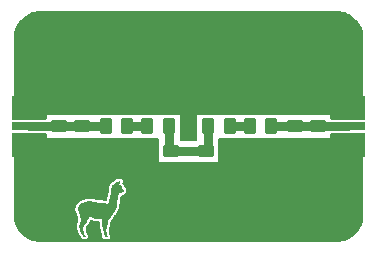
<source format=gbr>
%TF.GenerationSoftware,KiCad,Pcbnew,6.0.1-79c1e3a40b~116~ubuntu20.04.1*%
%TF.CreationDate,2022-01-29T00:58:04+01:00*%
%TF.ProjectId,filter,66696c74-6572-42e6-9b69-6361645f7063,rev?*%
%TF.SameCoordinates,Original*%
%TF.FileFunction,Copper,L1,Top*%
%TF.FilePolarity,Positive*%
%FSLAX46Y46*%
G04 Gerber Fmt 4.6, Leading zero omitted, Abs format (unit mm)*
G04 Created by KiCad (PCBNEW 6.0.1-79c1e3a40b~116~ubuntu20.04.1) date 2022-01-29 00:58:04*
%MOMM*%
%LPD*%
G01*
G04 APERTURE LIST*
G04 Aperture macros list*
%AMRoundRect*
0 Rectangle with rounded corners*
0 $1 Rounding radius*
0 $2 $3 $4 $5 $6 $7 $8 $9 X,Y pos of 4 corners*
0 Add a 4 corners polygon primitive as box body*
4,1,4,$2,$3,$4,$5,$6,$7,$8,$9,$2,$3,0*
0 Add four circle primitives for the rounded corners*
1,1,$1+$1,$2,$3*
1,1,$1+$1,$4,$5*
1,1,$1+$1,$6,$7*
1,1,$1+$1,$8,$9*
0 Add four rect primitives between the rounded corners*
20,1,$1+$1,$2,$3,$4,$5,0*
20,1,$1+$1,$4,$5,$6,$7,0*
20,1,$1+$1,$6,$7,$8,$9,0*
20,1,$1+$1,$8,$9,$2,$3,0*%
G04 Aperture macros list end*
%TA.AperFunction,SMDPad,CuDef*%
%ADD10RoundRect,0.250000X-0.450000X0.262500X-0.450000X-0.262500X0.450000X-0.262500X0.450000X0.262500X0*%
%TD*%
%TA.AperFunction,SMDPad,CuDef*%
%ADD11RoundRect,0.250000X0.262500X0.450000X-0.262500X0.450000X-0.262500X-0.450000X0.262500X-0.450000X0*%
%TD*%
%TA.AperFunction,ComponentPad*%
%ADD12C,3.400000*%
%TD*%
%TA.AperFunction,SMDPad,CuDef*%
%ADD13R,3.000000X0.800000*%
%TD*%
%TA.AperFunction,ComponentPad*%
%ADD14C,0.800000*%
%TD*%
%TA.AperFunction,SMDPad,CuDef*%
%ADD15R,3.000000X2.000000*%
%TD*%
%TA.AperFunction,ViaPad*%
%ADD16C,0.800000*%
%TD*%
%TA.AperFunction,Conductor*%
%ADD17C,0.800000*%
%TD*%
G04 APERTURE END LIST*
%TO.C,G\u002A\u002A\u002A*%
G36*
X116707208Y-67114917D02*
G01*
X116721780Y-67122643D01*
X116727638Y-67138791D01*
X116724986Y-67166038D01*
X116714028Y-67207062D01*
X116695246Y-67263741D01*
X116678860Y-67310446D01*
X116664665Y-67349625D01*
X116654112Y-67377364D01*
X116648650Y-67389745D01*
X116648486Y-67389946D01*
X116654138Y-67397178D01*
X116673545Y-67411565D01*
X116702518Y-67430004D01*
X116702794Y-67430170D01*
X116765684Y-67473854D01*
X116813512Y-67519631D01*
X116845324Y-67565750D01*
X116860162Y-67610459D01*
X116857070Y-67652007D01*
X116840520Y-67682445D01*
X116820991Y-67706562D01*
X116877555Y-67740636D01*
X116917737Y-67766699D01*
X116959250Y-67796467D01*
X116980607Y-67813250D01*
X117006661Y-67835927D01*
X117019745Y-67852611D01*
X117023211Y-67869984D01*
X117020661Y-67893124D01*
X117015636Y-67932872D01*
X117012184Y-67973169D01*
X117012056Y-67975472D01*
X117006709Y-68006817D01*
X116992958Y-68024471D01*
X116987295Y-68027764D01*
X116964024Y-68044266D01*
X116944294Y-68064253D01*
X116934232Y-68075038D01*
X116921977Y-68082474D01*
X116903462Y-68087419D01*
X116874622Y-68090732D01*
X116831391Y-68093272D01*
X116800502Y-68094630D01*
X116740844Y-68098231D01*
X116695936Y-68103279D01*
X116668140Y-68109464D01*
X116661407Y-68112879D01*
X116649381Y-68131376D01*
X116640328Y-68159745D01*
X116639450Y-68164547D01*
X116632091Y-68190629D01*
X116617507Y-68228695D01*
X116598200Y-68272492D01*
X116586787Y-68296135D01*
X116569617Y-68331648D01*
X116556241Y-68363117D01*
X116545437Y-68394981D01*
X116535983Y-68431679D01*
X116526657Y-68477652D01*
X116516238Y-68537340D01*
X116510003Y-68575142D01*
X116498611Y-68650475D01*
X116487513Y-68733726D01*
X116477703Y-68816757D01*
X116470177Y-68891427D01*
X116467711Y-68921318D01*
X116453479Y-69070850D01*
X116434101Y-69203435D01*
X116409013Y-69322278D01*
X116378053Y-69429366D01*
X116349141Y-69507130D01*
X116316299Y-69574946D01*
X116276020Y-69638510D01*
X116224798Y-69703520D01*
X116175643Y-69758199D01*
X116077329Y-69875280D01*
X115993806Y-70001629D01*
X115931364Y-70121186D01*
X115903186Y-70177903D01*
X115877811Y-70220375D01*
X115851675Y-70254018D01*
X115828482Y-70277604D01*
X115800811Y-70302117D01*
X115778251Y-70319713D01*
X115765568Y-70326682D01*
X115765395Y-70326688D01*
X115753451Y-70333218D01*
X115741919Y-70353767D01*
X115730392Y-70389773D01*
X115718459Y-70442674D01*
X115705712Y-70513910D01*
X115697702Y-70564739D01*
X115682935Y-70657753D01*
X115668702Y-70736626D01*
X115653537Y-70807789D01*
X115635974Y-70877671D01*
X115614550Y-70952702D01*
X115594147Y-71019151D01*
X115573662Y-71088767D01*
X115559937Y-71148459D01*
X115552673Y-71203792D01*
X115551572Y-71260332D01*
X115556334Y-71323643D01*
X115566662Y-71399292D01*
X115571976Y-71432384D01*
X115581863Y-71493891D01*
X115591097Y-71554175D01*
X115598842Y-71607582D01*
X115604263Y-71648460D01*
X115605561Y-71659723D01*
X115612893Y-71704728D01*
X115626368Y-71741894D01*
X115650004Y-71781963D01*
X115652923Y-71786310D01*
X115693121Y-71845728D01*
X115391035Y-71845728D01*
X115398018Y-71812144D01*
X115406666Y-71782384D01*
X115417092Y-71759536D01*
X115421952Y-71745992D01*
X115419574Y-71727580D01*
X115408787Y-71699446D01*
X115396054Y-71672292D01*
X115376050Y-71626603D01*
X115359018Y-71576762D01*
X115343853Y-71518573D01*
X115329451Y-71447840D01*
X115315851Y-71367612D01*
X115305774Y-71315487D01*
X115290904Y-71252618D01*
X115273420Y-71187715D01*
X115259042Y-71140272D01*
X115239373Y-71077432D01*
X115224185Y-71023154D01*
X115212556Y-70972312D01*
X115203565Y-70919774D01*
X115196290Y-70860411D01*
X115189810Y-70789094D01*
X115185282Y-70729699D01*
X115180007Y-70626544D01*
X115179205Y-70527802D01*
X115182780Y-70438429D01*
X115190634Y-70363381D01*
X115192649Y-70350881D01*
X115198285Y-70318238D01*
X115013062Y-70323960D01*
X114892262Y-70325480D01*
X114787165Y-70321724D01*
X114693384Y-70312274D01*
X114606532Y-70296713D01*
X114535335Y-70278501D01*
X114428868Y-70239636D01*
X114339540Y-70189590D01*
X114266909Y-70128052D01*
X114210536Y-70054711D01*
X114204435Y-70044391D01*
X114175907Y-69994600D01*
X114168639Y-70023556D01*
X114148777Y-70080742D01*
X114118034Y-70143838D01*
X114080847Y-70204875D01*
X114041648Y-70255885D01*
X114035826Y-70262224D01*
X114001823Y-70299253D01*
X113979015Y-70328535D01*
X113963853Y-70356807D01*
X113952786Y-70390804D01*
X113942267Y-70437262D01*
X113941407Y-70441406D01*
X113922253Y-70514043D01*
X113895078Y-70580397D01*
X113857410Y-70644725D01*
X113806775Y-70711286D01*
X113744562Y-70780306D01*
X113700655Y-70827086D01*
X113669096Y-70863066D01*
X113647302Y-70891736D01*
X113632691Y-70916586D01*
X113622679Y-70941105D01*
X113620484Y-70947943D01*
X113606617Y-71010336D01*
X113598490Y-71083767D01*
X113596652Y-71159269D01*
X113601650Y-71227875D01*
X113602867Y-71236045D01*
X113621849Y-71352191D01*
X113638653Y-71449249D01*
X113653608Y-71528646D01*
X113667045Y-71591809D01*
X113679292Y-71640166D01*
X113690680Y-71675143D01*
X113701537Y-71698166D01*
X113712194Y-71710664D01*
X113712536Y-71710907D01*
X113743036Y-71736176D01*
X113770562Y-71765811D01*
X113789476Y-71793348D01*
X113793891Y-71804120D01*
X113795244Y-71813632D01*
X113790936Y-71819721D01*
X113777416Y-71823146D01*
X113751136Y-71824671D01*
X113708547Y-71825054D01*
X113696219Y-71825061D01*
X113593072Y-71825061D01*
X113595449Y-71796643D01*
X113593369Y-71778430D01*
X113582341Y-71757689D01*
X113559769Y-71730433D01*
X113536582Y-71706224D01*
X113493768Y-71657147D01*
X113454802Y-71599598D01*
X113418211Y-71530726D01*
X113382517Y-71447679D01*
X113346246Y-71347608D01*
X113337706Y-71322003D01*
X113302894Y-71210358D01*
X113277616Y-71113609D01*
X113261922Y-71028285D01*
X113255862Y-70950921D01*
X113259487Y-70878048D01*
X113272846Y-70806198D01*
X113295988Y-70731903D01*
X113328964Y-70651696D01*
X113347925Y-70610862D01*
X113363244Y-70577573D01*
X113373181Y-70550567D01*
X113378868Y-70523669D01*
X113381433Y-70490701D01*
X113382007Y-70445488D01*
X113381942Y-70424857D01*
X113374037Y-70313717D01*
X113351457Y-70189349D01*
X113314436Y-70052839D01*
X113279648Y-69949512D01*
X113261521Y-69895325D01*
X113244501Y-69837402D01*
X113231243Y-69785050D01*
X113227106Y-69765233D01*
X113214411Y-69708368D01*
X113200643Y-69665227D01*
X113186695Y-69637191D01*
X113173461Y-69625643D01*
X113161834Y-69631965D01*
X113153974Y-69652044D01*
X113149203Y-69668673D01*
X113144810Y-69670196D01*
X113137896Y-69654900D01*
X113132125Y-69639127D01*
X113121228Y-69590843D01*
X113117240Y-69530839D01*
X113119967Y-69466803D01*
X113129216Y-69406422D01*
X113138838Y-69372197D01*
X113186099Y-69269316D01*
X113251074Y-69175424D01*
X113332531Y-69091243D01*
X113429242Y-69017494D01*
X113539977Y-68954898D01*
X113663509Y-68904178D01*
X113798607Y-68866054D01*
X113944042Y-68841248D01*
X114059642Y-68831795D01*
X114147425Y-68829758D01*
X114231499Y-68832317D01*
X114316776Y-68840018D01*
X114408169Y-68853405D01*
X114510590Y-68873023D01*
X114591711Y-68890808D01*
X114687807Y-68912345D01*
X114767579Y-68929200D01*
X114834708Y-68941879D01*
X114892875Y-68950889D01*
X114945762Y-68956737D01*
X114997049Y-68959929D01*
X115050417Y-68960973D01*
X115098629Y-68960575D01*
X115154738Y-68959915D01*
X115199013Y-68960589D01*
X115237320Y-68963316D01*
X115275528Y-68968818D01*
X115319505Y-68977819D01*
X115375120Y-68991038D01*
X115403604Y-68998082D01*
X115475622Y-69015214D01*
X115531279Y-69026183D01*
X115573946Y-69030976D01*
X115606992Y-69029581D01*
X115633788Y-69021987D01*
X115657703Y-69008180D01*
X115671833Y-68997109D01*
X115692889Y-68976673D01*
X115710733Y-68952129D01*
X115726651Y-68920341D01*
X115741925Y-68878173D01*
X115757840Y-68822489D01*
X115775680Y-68750153D01*
X115779346Y-68734469D01*
X115796905Y-68662770D01*
X115818065Y-68582312D01*
X115840306Y-68502374D01*
X115861109Y-68432234D01*
X115863452Y-68424717D01*
X115878978Y-68374113D01*
X115891303Y-68330295D01*
X115901226Y-68288944D01*
X115909547Y-68245741D01*
X115917065Y-68196365D01*
X115924579Y-68136498D01*
X115932889Y-68061819D01*
X115936002Y-68032628D01*
X115947098Y-67930493D01*
X115956972Y-67846407D01*
X115966097Y-67777821D01*
X115974945Y-67722188D01*
X115983991Y-67676957D01*
X115993707Y-67639582D01*
X116004567Y-67607513D01*
X116017044Y-67578202D01*
X116022488Y-67566892D01*
X116043227Y-67527695D01*
X116064341Y-67495534D01*
X116089403Y-67466760D01*
X116121983Y-67437721D01*
X116165654Y-67404766D01*
X116214198Y-67370923D01*
X116263880Y-67334968D01*
X116315539Y-67294307D01*
X116361923Y-67254795D01*
X116386890Y-67231435D01*
X116418275Y-67202043D01*
X116445322Y-67179904D01*
X116464140Y-67168049D01*
X116469559Y-67167005D01*
X116483132Y-67181623D01*
X116484744Y-67211606D01*
X116474416Y-67255478D01*
X116468097Y-67273543D01*
X116456615Y-67305332D01*
X116448850Y-67328941D01*
X116446704Y-67337728D01*
X116453034Y-67335813D01*
X116469982Y-67321540D01*
X116494485Y-67298042D01*
X116523480Y-67268450D01*
X116553903Y-67235896D01*
X116582693Y-67203515D01*
X116606785Y-67174437D01*
X116608411Y-67172355D01*
X116635607Y-67139612D01*
X116656294Y-67121160D01*
X116674724Y-67113645D01*
X116683716Y-67112937D01*
X116707208Y-67114917D01*
G37*
%TD*%
D10*
%TO.P,Z10,1*%
%TO.N,Net-(J2-Pad1)*%
X111500000Y-62500000D03*
%TO.P,Z10,2*%
%TO.N,GND*%
X111500000Y-64325000D03*
%TD*%
%TO.P,Z9,1*%
%TO.N,Net-(J2-Pad1)*%
X113500000Y-62500000D03*
%TO.P,Z9,2*%
%TO.N,GND*%
X113500000Y-64325000D03*
%TD*%
D11*
%TO.P,Z8,1*%
%TO.N,Net-(Z7-Pad2)*%
X117325000Y-62500000D03*
%TO.P,Z8,2*%
%TO.N,Net-(J2-Pad1)*%
X115500000Y-62500000D03*
%TD*%
%TO.P,Z7,1*%
%TO.N,Net-(Z4-Pad2)*%
X120825000Y-62500000D03*
%TO.P,Z7,2*%
%TO.N,Net-(Z7-Pad2)*%
X119000000Y-62500000D03*
%TD*%
D10*
%TO.P,Z6,1*%
%TO.N,Net-(Z4-Pad2)*%
X121000000Y-64587500D03*
%TO.P,Z6,2*%
%TO.N,GND*%
X121000000Y-66412500D03*
%TD*%
%TO.P,Z5,1*%
%TO.N,Net-(Z4-Pad2)*%
X124000000Y-64587500D03*
%TO.P,Z5,2*%
%TO.N,GND*%
X124000000Y-66412500D03*
%TD*%
D11*
%TO.P,Z4,1*%
%TO.N,Net-(Z3-Pad2)*%
X126000000Y-62500000D03*
%TO.P,Z4,2*%
%TO.N,Net-(Z4-Pad2)*%
X124175000Y-62500000D03*
%TD*%
%TO.P,Z3,1*%
%TO.N,Net-(J1-Pad1)*%
X129500000Y-62500000D03*
%TO.P,Z3,2*%
%TO.N,Net-(Z3-Pad2)*%
X127675000Y-62500000D03*
%TD*%
D10*
%TO.P,Z2,1*%
%TO.N,Net-(J1-Pad1)*%
X131500000Y-62500000D03*
%TO.P,Z2,2*%
%TO.N,GND*%
X131500000Y-64325000D03*
%TD*%
%TO.P,Z1,1*%
%TO.N,Net-(J1-Pad1)*%
X133500000Y-62500000D03*
%TO.P,Z1,2*%
%TO.N,GND*%
X133500000Y-64325000D03*
%TD*%
D12*
%TO.P,H8,1,1*%
%TO.N,GND*%
X125000000Y-70000000D03*
%TD*%
%TO.P,H7,1,1*%
%TO.N,GND*%
X125000000Y-55000000D03*
%TD*%
D13*
%TO.P,J2,1,Pin_1*%
%TO.N,Net-(J2-Pad1)*%
X109000000Y-62500000D03*
D14*
%TO.P,J2,2,Pin_2*%
%TO.N,GND*%
X109500000Y-61000000D03*
X108500000Y-60900000D03*
X108000000Y-63500000D03*
X110000000Y-63500000D03*
X108000000Y-61500000D03*
D15*
X109000000Y-64100000D03*
X109000000Y-60900000D03*
D14*
X109500000Y-64000000D03*
X108500000Y-64000000D03*
X109000000Y-63500000D03*
X110000000Y-61500000D03*
X109000000Y-61500000D03*
%TD*%
D13*
%TO.P,J1,1,Pin_1*%
%TO.N,Net-(J1-Pad1)*%
X136000000Y-62500000D03*
D14*
%TO.P,J1,2,Pin_2*%
%TO.N,GND*%
X135500000Y-64000000D03*
X136500000Y-64100000D03*
X137000000Y-61500000D03*
X135000000Y-61500000D03*
X137000000Y-63500000D03*
D15*
X136000000Y-60900000D03*
X136000000Y-64100000D03*
D14*
X135500000Y-61000000D03*
X136500000Y-61000000D03*
X136000000Y-61500000D03*
X135000000Y-63500000D03*
X136000000Y-63500000D03*
%TD*%
D12*
%TO.P,H6,1,1*%
%TO.N,GND*%
X120000000Y-70000000D03*
%TD*%
%TO.P,H5,1,1*%
%TO.N,GND*%
X110000000Y-55000000D03*
%TD*%
%TO.P,H4,1,1*%
%TO.N,GND*%
X135000000Y-55000000D03*
%TD*%
%TO.P,H3,1,1*%
%TO.N,GND*%
X120000000Y-55000000D03*
%TD*%
%TO.P,H2,1,1*%
%TO.N,GND*%
X135000000Y-70000000D03*
%TD*%
%TO.P,H1,1,1*%
%TO.N,GND*%
X110000000Y-70000000D03*
%TD*%
D16*
%TO.N,GND*%
X135000000Y-67500000D03*
X132500000Y-70000000D03*
X127500000Y-70000000D03*
X130000000Y-67500000D03*
X132500000Y-67500000D03*
X132500000Y-65000000D03*
X127500000Y-65000000D03*
X127500000Y-67500000D03*
X125000000Y-67500000D03*
X120000000Y-67500000D03*
X112500000Y-70000000D03*
X117500000Y-70000000D03*
X115000000Y-67500000D03*
X110000000Y-67500000D03*
X112500000Y-67500000D03*
X112500000Y-65000000D03*
X117500000Y-65000000D03*
X117500000Y-60000000D03*
X112500000Y-60000000D03*
X110000000Y-57500000D03*
X112500000Y-57500000D03*
X112500000Y-55000000D03*
X117500000Y-55000000D03*
X117500000Y-57500000D03*
X115000000Y-57500000D03*
X120000000Y-57500000D03*
X125000000Y-57500000D03*
X135000000Y-57500000D03*
X127500000Y-55000000D03*
X132500000Y-55000000D03*
X127500000Y-57500000D03*
X127500000Y-60000000D03*
X132500000Y-60000000D03*
X132500000Y-57500000D03*
X130000000Y-57500000D03*
X110000000Y-65000000D03*
X115000000Y-65000000D03*
X130000000Y-70000000D03*
X130000000Y-65000000D03*
X135000000Y-65000000D03*
X135000000Y-60000000D03*
X130000000Y-55000000D03*
X130000000Y-60000000D03*
X125000000Y-60000000D03*
X120000000Y-60000000D03*
X110000000Y-60000000D03*
X115000000Y-60000000D03*
X115000000Y-55000000D03*
X123500000Y-57000000D03*
X123500000Y-58000000D03*
X123500000Y-59000000D03*
X121500000Y-57000000D03*
X121500000Y-58000000D03*
X121500000Y-59000000D03*
X121500000Y-60000000D03*
X123500000Y-60000000D03*
X123500000Y-68000000D03*
X123500000Y-67000000D03*
X121500000Y-68000000D03*
X121500000Y-67000000D03*
X122500000Y-71000000D03*
X122500000Y-70000000D03*
X122500000Y-69000000D03*
X122500000Y-68000000D03*
X122500000Y-67000000D03*
X122500000Y-54000000D03*
X122500000Y-55000000D03*
X122500000Y-56000000D03*
X122500000Y-57000000D03*
X122500000Y-58000000D03*
X122500000Y-59000000D03*
X122500000Y-60000000D03*
X125500000Y-66000000D03*
X124500000Y-66000000D03*
X123500000Y-66000000D03*
X122500000Y-66000000D03*
X121500000Y-66000000D03*
X120500000Y-66000000D03*
X119500000Y-66000000D03*
X119500000Y-65000000D03*
X125500000Y-65000000D03*
X122500000Y-63000000D03*
X122500000Y-62000000D03*
X134500000Y-61000000D03*
X133500000Y-61000000D03*
X132500000Y-61000000D03*
X131500000Y-61000000D03*
X130500000Y-61000000D03*
X129500000Y-61000000D03*
X128500000Y-61000000D03*
X127500000Y-61000000D03*
X126500000Y-61000000D03*
X125500000Y-61000000D03*
X124500000Y-61000000D03*
X123500000Y-61000000D03*
X122500000Y-61000000D03*
X121500000Y-61000000D03*
X120500000Y-61000000D03*
X119500000Y-61000000D03*
X118500000Y-61000000D03*
X117500000Y-61000000D03*
X116500000Y-61000000D03*
X115500000Y-61000000D03*
X125500000Y-64000000D03*
X126500000Y-64000000D03*
X127500000Y-64000000D03*
X128500000Y-64000000D03*
X129500000Y-64000000D03*
X130500000Y-64000000D03*
X131500000Y-64000000D03*
X132500000Y-64000000D03*
X133500000Y-64000000D03*
X134500000Y-64000000D03*
X119500000Y-64000000D03*
X118500000Y-64000000D03*
X117500000Y-64000000D03*
X116500000Y-64000000D03*
X115500000Y-64000000D03*
X114500000Y-64000000D03*
X113500000Y-64000000D03*
X112500000Y-64000000D03*
X111500000Y-64000000D03*
X110500000Y-64000000D03*
X114500000Y-61000000D03*
X113500000Y-61000000D03*
X112500000Y-61000000D03*
X111500000Y-61000000D03*
X110500000Y-61000000D03*
%TD*%
D17*
%TO.N,Net-(Z4-Pad2)*%
X121000000Y-64587500D02*
X124000000Y-64587500D01*
X120825000Y-62500000D02*
X120825000Y-64412500D01*
X120825000Y-64412500D02*
X121000000Y-64587500D01*
X124175000Y-62500000D02*
X124175000Y-64412500D01*
X124175000Y-64412500D02*
X124000000Y-64587500D01*
%TO.N,Net-(J1-Pad1)*%
X133500000Y-62500000D02*
X136000000Y-62500000D01*
X131500000Y-62500000D02*
X133500000Y-62500000D01*
X129500000Y-62500000D02*
X131500000Y-62500000D01*
%TO.N,Net-(Z3-Pad2)*%
X126000000Y-62500000D02*
X127675000Y-62500000D01*
%TO.N,Net-(Z7-Pad2)*%
X117325000Y-62500000D02*
X119000000Y-62500000D01*
%TO.N,Net-(J2-Pad1)*%
X113500000Y-62500000D02*
X115500000Y-62500000D01*
X111500000Y-62500000D02*
X113500000Y-62500000D01*
X109000000Y-62500000D02*
X111500000Y-62500000D01*
%TD*%
%TA.AperFunction,Conductor*%
%TO.N,GND*%
G36*
X110459191Y-63119407D02*
G01*
X110495155Y-63168907D01*
X110500000Y-63199500D01*
X110500000Y-63500000D01*
X119901000Y-63500000D01*
X119959191Y-63518907D01*
X119995155Y-63568407D01*
X120000000Y-63599000D01*
X120000000Y-65500000D01*
X125000000Y-65500000D01*
X125000000Y-63599000D01*
X125018907Y-63540809D01*
X125068407Y-63504845D01*
X125099000Y-63500000D01*
X134500000Y-63500000D01*
X134500000Y-63199500D01*
X134518907Y-63141309D01*
X134568407Y-63105345D01*
X134599000Y-63100500D01*
X137201000Y-63100500D01*
X137259191Y-63119407D01*
X137295155Y-63168907D01*
X137300000Y-63199500D01*
X137300000Y-69966040D01*
X137297482Y-69988227D01*
X137294857Y-69999642D01*
X137297318Y-70010517D01*
X137297298Y-70021663D01*
X137297263Y-70021663D01*
X137298081Y-70031724D01*
X137283635Y-70270548D01*
X137283592Y-70271257D01*
X137282152Y-70283116D01*
X137237461Y-70526990D01*
X137234246Y-70544535D01*
X137231387Y-70556135D01*
X137173340Y-70742413D01*
X137152319Y-70809872D01*
X137148080Y-70821050D01*
X137039005Y-71063406D01*
X137033449Y-71073991D01*
X136895962Y-71301422D01*
X136889171Y-71311261D01*
X136725272Y-71520463D01*
X136717345Y-71529412D01*
X136529412Y-71717345D01*
X136520463Y-71725272D01*
X136311261Y-71889171D01*
X136301422Y-71895962D01*
X136073991Y-72033449D01*
X136063406Y-72039005D01*
X135821050Y-72148080D01*
X135809872Y-72152319D01*
X135556135Y-72231387D01*
X135544542Y-72234244D01*
X135283116Y-72282152D01*
X135271266Y-72283591D01*
X135032243Y-72298050D01*
X135022373Y-72297230D01*
X135022373Y-72297375D01*
X135011222Y-72297355D01*
X135000358Y-72294857D01*
X134989486Y-72297317D01*
X134989484Y-72297317D01*
X134988417Y-72297559D01*
X134966568Y-72300000D01*
X110033960Y-72300000D01*
X110011773Y-72297482D01*
X110000358Y-72294857D01*
X109989483Y-72297318D01*
X109978337Y-72297298D01*
X109978337Y-72297263D01*
X109968276Y-72298081D01*
X109728736Y-72283591D01*
X109716884Y-72282152D01*
X109455458Y-72234244D01*
X109443865Y-72231387D01*
X109190128Y-72152319D01*
X109178950Y-72148080D01*
X108936594Y-72039005D01*
X108926009Y-72033449D01*
X108698578Y-71895962D01*
X108688739Y-71889171D01*
X108479537Y-71725272D01*
X108470588Y-71717345D01*
X108282655Y-71529412D01*
X108274728Y-71520463D01*
X108110829Y-71311261D01*
X108104038Y-71301422D01*
X107966551Y-71073991D01*
X107960995Y-71063406D01*
X107851920Y-70821050D01*
X107847681Y-70809872D01*
X107826660Y-70742413D01*
X107768613Y-70556135D01*
X107765754Y-70544535D01*
X107762518Y-70526872D01*
X107717848Y-70283118D01*
X107716408Y-70271256D01*
X107716366Y-70270548D01*
X107701966Y-70032498D01*
X107703702Y-70011805D01*
X107703235Y-70011751D01*
X107703876Y-70006177D01*
X107705142Y-70000716D01*
X107705143Y-70000000D01*
X107702479Y-69988321D01*
X107700000Y-69966304D01*
X107700000Y-69521429D01*
X112916173Y-69521429D01*
X112916544Y-69527012D01*
X112916600Y-69527852D01*
X112916728Y-69538609D01*
X112916462Y-69544855D01*
X112917466Y-69550320D01*
X112917487Y-69550617D01*
X112918828Y-69561368D01*
X112920167Y-69581509D01*
X112920965Y-69593523D01*
X112921182Y-69600487D01*
X112921132Y-69612707D01*
X112922365Y-69618171D01*
X112922505Y-69619448D01*
X112922794Y-69621051D01*
X112923163Y-69626602D01*
X112926697Y-69638417D01*
X112928413Y-69644965D01*
X112933542Y-69667692D01*
X112933816Y-69668907D01*
X112935474Y-69678372D01*
X112936494Y-69686508D01*
X112938417Y-69691764D01*
X112939087Y-69694529D01*
X112939758Y-69696808D01*
X112940771Y-69699727D01*
X112941995Y-69705149D01*
X112944395Y-69710165D01*
X112945837Y-69714319D01*
X112946290Y-69716572D01*
X112948599Y-69721680D01*
X112948600Y-69721683D01*
X112951102Y-69727217D01*
X112953863Y-69733979D01*
X112957820Y-69744794D01*
X112959184Y-69746899D01*
X112962133Y-69753917D01*
X112970689Y-69778665D01*
X112988843Y-69796964D01*
X112997438Y-69806863D01*
X113013011Y-69827399D01*
X113017868Y-69829887D01*
X113046852Y-69874181D01*
X113051024Y-69888379D01*
X113052010Y-69891985D01*
X113054793Y-69902973D01*
X113056157Y-69908358D01*
X113057772Y-69911520D01*
X113058195Y-69912784D01*
X113063998Y-69932532D01*
X113064307Y-69933752D01*
X113064644Y-69937225D01*
X113066420Y-69942534D01*
X113070092Y-69953510D01*
X113071190Y-69957006D01*
X113073845Y-69966040D01*
X113075990Y-69973341D01*
X113077696Y-69976389D01*
X113078140Y-69977569D01*
X113082833Y-69991597D01*
X113082852Y-69991793D01*
X113090055Y-70013187D01*
X113097132Y-70034343D01*
X113097234Y-70034510D01*
X113122031Y-70108162D01*
X113123751Y-70113826D01*
X113155095Y-70229403D01*
X113156949Y-70237608D01*
X113171950Y-70320229D01*
X113174351Y-70333453D01*
X113175693Y-70344114D01*
X113181725Y-70428916D01*
X113181975Y-70435616D01*
X113181982Y-70437774D01*
X113182001Y-70443812D01*
X113181993Y-70445332D01*
X113181647Y-70472671D01*
X113181638Y-70473347D01*
X113172581Y-70513474D01*
X113166434Y-70526831D01*
X113156580Y-70548054D01*
X113155908Y-70549501D01*
X113155024Y-70551246D01*
X113152628Y-70554630D01*
X113146536Y-70569449D01*
X113144764Y-70573499D01*
X113140408Y-70582880D01*
X113140407Y-70582884D01*
X113138071Y-70587914D01*
X113137207Y-70591958D01*
X113136512Y-70593825D01*
X113118878Y-70636719D01*
X113116853Y-70640816D01*
X113114617Y-70645890D01*
X113111795Y-70650729D01*
X113110131Y-70656072D01*
X113108957Y-70659840D01*
X113106005Y-70668028D01*
X113102438Y-70676705D01*
X113101521Y-70682184D01*
X113100077Y-70687246D01*
X113098961Y-70691932D01*
X113086712Y-70731255D01*
X113082990Y-70741267D01*
X113080369Y-70747299D01*
X113079345Y-70752805D01*
X113079167Y-70753388D01*
X113076988Y-70762185D01*
X113076843Y-70762937D01*
X113075190Y-70768245D01*
X113074759Y-70773783D01*
X113074673Y-70774888D01*
X113073303Y-70785306D01*
X113065593Y-70826777D01*
X113065382Y-70827910D01*
X113063312Y-70836760D01*
X113060863Y-70845417D01*
X113060585Y-70851005D01*
X113060020Y-70854445D01*
X113059751Y-70858196D01*
X113058736Y-70863655D01*
X113058960Y-70869204D01*
X113058960Y-70869210D01*
X113059102Y-70872717D01*
X113059061Y-70881630D01*
X113057916Y-70904663D01*
X113056933Y-70924437D01*
X113056842Y-70926258D01*
X113055883Y-70935928D01*
X113054698Y-70943886D01*
X113055136Y-70949471D01*
X113055044Y-70952102D01*
X113055087Y-70955105D01*
X113055265Y-70957955D01*
X113054989Y-70963503D01*
X113055954Y-70968974D01*
X113055954Y-70968977D01*
X113056400Y-70971504D01*
X113057602Y-70980961D01*
X113058023Y-70986329D01*
X113061100Y-71025618D01*
X113061261Y-71035117D01*
X113061358Y-71036523D01*
X113061111Y-71042117D01*
X113062413Y-71049196D01*
X113063744Y-71059372D01*
X113064293Y-71066381D01*
X113065949Y-71071689D01*
X113066183Y-71072903D01*
X113068492Y-71082252D01*
X113076840Y-71127635D01*
X113077470Y-71131480D01*
X113078202Y-71136581D01*
X113078368Y-71142182D01*
X113081326Y-71153503D01*
X113082902Y-71160593D01*
X113084994Y-71171963D01*
X113087187Y-71177063D01*
X113088769Y-71182286D01*
X113089802Y-71185950D01*
X113104382Y-71241751D01*
X113104867Y-71243897D01*
X113105196Y-71248200D01*
X113106863Y-71253545D01*
X113109886Y-71263241D01*
X113111152Y-71267662D01*
X113115089Y-71282730D01*
X113117080Y-71286554D01*
X113117811Y-71288655D01*
X113139278Y-71357500D01*
X113140523Y-71361494D01*
X113140607Y-71361816D01*
X113140791Y-71363726D01*
X113147075Y-71382566D01*
X113147643Y-71384327D01*
X113150273Y-71392764D01*
X113150273Y-71392766D01*
X113149706Y-71392943D01*
X113150138Y-71394019D01*
X113150321Y-71394323D01*
X113150373Y-71394440D01*
X113150475Y-71394403D01*
X113151028Y-71395930D01*
X113151032Y-71395940D01*
X113151713Y-71397817D01*
X113151713Y-71397818D01*
X113151919Y-71398387D01*
X113151926Y-71398409D01*
X113151933Y-71398425D01*
X113152688Y-71400507D01*
X113152698Y-71400538D01*
X113152650Y-71400556D01*
X113153342Y-71402606D01*
X113153466Y-71403003D01*
X113153201Y-71403086D01*
X113153374Y-71403811D01*
X113153825Y-71403648D01*
X113153828Y-71403652D01*
X113156923Y-71412190D01*
X113157734Y-71414525D01*
X113161892Y-71426994D01*
X113161895Y-71426999D01*
X113163654Y-71432275D01*
X113164944Y-71434397D01*
X113165167Y-71434937D01*
X113187612Y-71496864D01*
X113188860Y-71500624D01*
X113189797Y-71505778D01*
X113195343Y-71518681D01*
X113197455Y-71524018D01*
X113202170Y-71537027D01*
X113205003Y-71541428D01*
X113206669Y-71545033D01*
X113207607Y-71547216D01*
X113225957Y-71589908D01*
X113227345Y-71593906D01*
X113227424Y-71593875D01*
X113229478Y-71599087D01*
X113230930Y-71604496D01*
X113235159Y-71612456D01*
X113235802Y-71613666D01*
X113239326Y-71621014D01*
X113243367Y-71630415D01*
X113246642Y-71634904D01*
X113249394Y-71639732D01*
X113249330Y-71639768D01*
X113251576Y-71643355D01*
X113261699Y-71662409D01*
X113269791Y-71677641D01*
X113274054Y-71686969D01*
X113274432Y-71687690D01*
X113276453Y-71692915D01*
X113279595Y-71697555D01*
X113279596Y-71697557D01*
X113280230Y-71698494D01*
X113285683Y-71707554D01*
X113286152Y-71708436D01*
X113288760Y-71713345D01*
X113292391Y-71717547D01*
X113292762Y-71718089D01*
X113299076Y-71726327D01*
X113319419Y-71756371D01*
X113324727Y-71765162D01*
X113328120Y-71771502D01*
X113331803Y-71775724D01*
X113332580Y-71776849D01*
X113336677Y-71782169D01*
X113337683Y-71783346D01*
X113340800Y-71787949D01*
X113344860Y-71791741D01*
X113344863Y-71791745D01*
X113346113Y-71792912D01*
X113353133Y-71800174D01*
X113360405Y-71808509D01*
X113370536Y-71820121D01*
X113372496Y-71822368D01*
X113393034Y-71862762D01*
X113393027Y-71870510D01*
X113397853Y-71880562D01*
X113398633Y-71883994D01*
X113399885Y-71887269D01*
X113401450Y-71898306D01*
X113409169Y-71909850D01*
X113415015Y-71918593D01*
X113421959Y-71930763D01*
X113432525Y-71952766D01*
X113441230Y-71959728D01*
X113443415Y-71962475D01*
X113445972Y-71964892D01*
X113452169Y-71974158D01*
X113466775Y-71982772D01*
X113473185Y-71986553D01*
X113484721Y-71994508D01*
X113503787Y-72009755D01*
X113514654Y-72012253D01*
X113517818Y-72013783D01*
X113521165Y-72014850D01*
X113530766Y-72020513D01*
X113555080Y-72022568D01*
X113559321Y-72023231D01*
X113559327Y-72023175D01*
X113564896Y-72023807D01*
X113570349Y-72025061D01*
X113580401Y-72025061D01*
X113588738Y-72025413D01*
X113621688Y-72028198D01*
X113629195Y-72025336D01*
X113633121Y-72025061D01*
X113673553Y-72025061D01*
X113673610Y-72025074D01*
X113673786Y-72025074D01*
X113683609Y-72025068D01*
X113686736Y-72025066D01*
X113686808Y-72025070D01*
X113687623Y-72025250D01*
X113689879Y-72025230D01*
X113689885Y-72025230D01*
X113708197Y-72025065D01*
X113709087Y-72025061D01*
X113718765Y-72025061D01*
X113718821Y-72025048D01*
X113718861Y-72025048D01*
X113731207Y-72025041D01*
X113732035Y-72024852D01*
X113733025Y-72024842D01*
X113733039Y-72024842D01*
X113735609Y-72024900D01*
X113740037Y-72025651D01*
X113755419Y-72024759D01*
X113760248Y-72024597D01*
X113768460Y-72024523D01*
X113769932Y-72024510D01*
X113775480Y-72024460D01*
X113779854Y-72023421D01*
X113782346Y-72023197D01*
X113783481Y-72023131D01*
X113787033Y-72022988D01*
X113788428Y-72022957D01*
X113792584Y-72022865D01*
X113802460Y-72024541D01*
X113841833Y-72013198D01*
X113844926Y-72012361D01*
X113861906Y-72008060D01*
X113864632Y-72006667D01*
X113865478Y-72006386D01*
X113890142Y-71999281D01*
X113898456Y-71991855D01*
X113903257Y-71989203D01*
X113908436Y-71985654D01*
X113912640Y-71982137D01*
X113922568Y-71977064D01*
X113931394Y-71965450D01*
X113935790Y-71960270D01*
X113944285Y-71954595D01*
X113957503Y-71932205D01*
X113963926Y-71922644D01*
X113971034Y-71913291D01*
X113977779Y-71904416D01*
X113979690Y-71895052D01*
X113981572Y-71891432D01*
X113985003Y-71885619D01*
X113990671Y-71876018D01*
X113991614Y-71864910D01*
X113992688Y-71861546D01*
X113993274Y-71858075D01*
X113997527Y-71847772D01*
X113996285Y-71826039D01*
X113996288Y-71824733D01*
X113998649Y-71816692D01*
X113995059Y-71794857D01*
X113993908Y-71784444D01*
X113992957Y-71767806D01*
X113992321Y-71756673D01*
X113986920Y-71746918D01*
X113986607Y-71745836D01*
X113983465Y-71739287D01*
X113980358Y-71731705D01*
X113979507Y-71729557D01*
X113975764Y-71719777D01*
X113964371Y-71690013D01*
X113956263Y-71682357D01*
X113951752Y-71675618D01*
X113949191Y-71672626D01*
X113942173Y-71662409D01*
X113937990Y-71655770D01*
X113932565Y-71646349D01*
X113928756Y-71642249D01*
X113927445Y-71640471D01*
X113925800Y-71638573D01*
X113922655Y-71633993D01*
X113918570Y-71630228D01*
X113918566Y-71630223D01*
X113914594Y-71626562D01*
X113909159Y-71621148D01*
X113899350Y-71610588D01*
X113893250Y-71603356D01*
X113891536Y-71601115D01*
X113891532Y-71601111D01*
X113888130Y-71596663D01*
X113887279Y-71595958D01*
X113863628Y-71553381D01*
X113862334Y-71548275D01*
X113861478Y-71544604D01*
X113849962Y-71490467D01*
X113849507Y-71488198D01*
X113835607Y-71414404D01*
X113835347Y-71412967D01*
X113819154Y-71319437D01*
X113818999Y-71318516D01*
X113810692Y-71267687D01*
X113801278Y-71210087D01*
X113800245Y-71201317D01*
X113797179Y-71159230D01*
X113796946Y-71149628D01*
X113798118Y-71101479D01*
X113798690Y-71092999D01*
X113803413Y-71050317D01*
X113803617Y-71048475D01*
X113805375Y-71037882D01*
X113807880Y-71026614D01*
X113830094Y-70982817D01*
X113847690Y-70962756D01*
X113849931Y-70960286D01*
X113876051Y-70932456D01*
X113876299Y-70932215D01*
X113877905Y-70931090D01*
X113891139Y-70916408D01*
X113892427Y-70915009D01*
X113902623Y-70904146D01*
X113902627Y-70904141D01*
X113905820Y-70900739D01*
X113906811Y-70899046D01*
X113907038Y-70898769D01*
X113910042Y-70895437D01*
X113930521Y-70872717D01*
X113940989Y-70861104D01*
X113944071Y-70858140D01*
X113944019Y-70858091D01*
X113947891Y-70854044D01*
X113952194Y-70850461D01*
X113958420Y-70842276D01*
X113963662Y-70835950D01*
X113970427Y-70828445D01*
X113973137Y-70823592D01*
X113976372Y-70819075D01*
X113976421Y-70819110D01*
X113978759Y-70815541D01*
X114007001Y-70778415D01*
X114013749Y-70770453D01*
X114014674Y-70769472D01*
X114014675Y-70769470D01*
X114018516Y-70765395D01*
X114021347Y-70760560D01*
X114021983Y-70759711D01*
X114026241Y-70753352D01*
X114026873Y-70752293D01*
X114030237Y-70747871D01*
X114032532Y-70742813D01*
X114032535Y-70742809D01*
X114033142Y-70741471D01*
X114037862Y-70732358D01*
X114061212Y-70692483D01*
X114065765Y-70685414D01*
X114068314Y-70681803D01*
X114068316Y-70681799D01*
X114071546Y-70677224D01*
X114073669Y-70672042D01*
X114075011Y-70669595D01*
X114076254Y-70666793D01*
X114079059Y-70662002D01*
X114082100Y-70652359D01*
X114084896Y-70644627D01*
X114101927Y-70603043D01*
X114105892Y-70594540D01*
X114109848Y-70587011D01*
X114111276Y-70581596D01*
X114112506Y-70578433D01*
X114112783Y-70577604D01*
X114113771Y-70574124D01*
X114115878Y-70568978D01*
X114117285Y-70560496D01*
X114119219Y-70551471D01*
X114119495Y-70550426D01*
X114129725Y-70511630D01*
X114130592Y-70508701D01*
X114132617Y-70504295D01*
X114133756Y-70498809D01*
X114133757Y-70498805D01*
X114135619Y-70489832D01*
X114136818Y-70484736D01*
X114140545Y-70470601D01*
X114140665Y-70467022D01*
X114141008Y-70465181D01*
X114141743Y-70461935D01*
X114165383Y-70416834D01*
X114170356Y-70411419D01*
X114223642Y-70381349D01*
X114284427Y-70388342D01*
X114291649Y-70392008D01*
X114322527Y-70409307D01*
X114328048Y-70412643D01*
X114334241Y-70416666D01*
X114334246Y-70416669D01*
X114338941Y-70419718D01*
X114344197Y-70421637D01*
X114345031Y-70422053D01*
X114345475Y-70422227D01*
X114345930Y-70422419D01*
X114350784Y-70425138D01*
X114363341Y-70428837D01*
X114369272Y-70430791D01*
X114438254Y-70455971D01*
X114448932Y-70459869D01*
X114456625Y-70463242D01*
X114458778Y-70464061D01*
X114463757Y-70466631D01*
X114469181Y-70468019D01*
X114469185Y-70468020D01*
X114471331Y-70468569D01*
X114480750Y-70471484D01*
X114487932Y-70474106D01*
X114493446Y-70474803D01*
X114495496Y-70475300D01*
X114503900Y-70476900D01*
X114535269Y-70484924D01*
X114539039Y-70485969D01*
X114543743Y-70487374D01*
X114548893Y-70489571D01*
X114554407Y-70490559D01*
X114560495Y-70491650D01*
X114567544Y-70493180D01*
X114578811Y-70496062D01*
X114584366Y-70496207D01*
X114589469Y-70496917D01*
X114593284Y-70497524D01*
X114600434Y-70498805D01*
X114636088Y-70505193D01*
X114639913Y-70506180D01*
X114639950Y-70506007D01*
X114645422Y-70507193D01*
X114650724Y-70508988D01*
X114660993Y-70510023D01*
X114661904Y-70510115D01*
X114669422Y-70511166D01*
X114680305Y-70513115D01*
X114685851Y-70512854D01*
X114691402Y-70513216D01*
X114691392Y-70513377D01*
X114695340Y-70513484D01*
X114746429Y-70518632D01*
X114751175Y-70519226D01*
X114751899Y-70519335D01*
X114757313Y-70520785D01*
X114763658Y-70521012D01*
X114770352Y-70521251D01*
X114776740Y-70521687D01*
X114784016Y-70522420D01*
X114784019Y-70522420D01*
X114789546Y-70522977D01*
X114795055Y-70522291D01*
X114796014Y-70522280D01*
X114800705Y-70522336D01*
X114823169Y-70523139D01*
X114865345Y-70524646D01*
X114867706Y-70524807D01*
X114872057Y-70525750D01*
X114879273Y-70525659D01*
X114880140Y-70525929D01*
X114883235Y-70526241D01*
X114883171Y-70526872D01*
X114937696Y-70543831D01*
X114974281Y-70592874D01*
X114979391Y-70619599D01*
X114979940Y-70630343D01*
X114980066Y-70634591D01*
X114980117Y-70640816D01*
X114980197Y-70650713D01*
X114981119Y-70654607D01*
X114981273Y-70656400D01*
X114984209Y-70713824D01*
X114984490Y-70719325D01*
X114984494Y-70719855D01*
X114984133Y-70722245D01*
X114985576Y-70741162D01*
X114985733Y-70743633D01*
X114986415Y-70756976D01*
X114986694Y-70762430D01*
X114987349Y-70764749D01*
X114987414Y-70765290D01*
X114988761Y-70782954D01*
X114988766Y-70783153D01*
X114988574Y-70784562D01*
X114988901Y-70788155D01*
X114988901Y-70788172D01*
X114990433Y-70805020D01*
X114990551Y-70806425D01*
X114992102Y-70826777D01*
X114992526Y-70828144D01*
X114992550Y-70828321D01*
X114995261Y-70858140D01*
X114995279Y-70858342D01*
X114995322Y-70859210D01*
X114995011Y-70862185D01*
X114995693Y-70867747D01*
X114997207Y-70880104D01*
X114997536Y-70883188D01*
X114999151Y-70900963D01*
X115000074Y-70903798D01*
X115000216Y-70904663D01*
X115002640Y-70924437D01*
X115002846Y-70926738D01*
X115002598Y-70931113D01*
X115003542Y-70936629D01*
X115003542Y-70936632D01*
X115005232Y-70946510D01*
X115005914Y-70951159D01*
X115007116Y-70960962D01*
X115007117Y-70960967D01*
X115007793Y-70966481D01*
X115009280Y-70970601D01*
X115009746Y-70972880D01*
X115012048Y-70986329D01*
X115012530Y-70989735D01*
X115012524Y-70994755D01*
X115015677Y-71008540D01*
X115015747Y-71008845D01*
X115016820Y-71014219D01*
X115018287Y-71022794D01*
X115018288Y-71022799D01*
X115019225Y-71028271D01*
X115021148Y-71032899D01*
X115022014Y-71036242D01*
X115024808Y-71048461D01*
X115025253Y-71050745D01*
X115025460Y-71055165D01*
X115026968Y-71060555D01*
X115026969Y-71060559D01*
X115029649Y-71070134D01*
X115030820Y-71074742D01*
X115031420Y-71077365D01*
X115034247Y-71089726D01*
X115036165Y-71093707D01*
X115036881Y-71095981D01*
X115041304Y-71111791D01*
X115041492Y-71112587D01*
X115041717Y-71115489D01*
X115047153Y-71132857D01*
X115047995Y-71135699D01*
X115052847Y-71153038D01*
X115054237Y-71155600D01*
X115054511Y-71156363D01*
X115067767Y-71198716D01*
X115068030Y-71199572D01*
X115080667Y-71241267D01*
X115081514Y-71244225D01*
X115096595Y-71300210D01*
X115097335Y-71303137D01*
X115109720Y-71355503D01*
X115110578Y-71359497D01*
X115118837Y-71402217D01*
X115119241Y-71404448D01*
X115120747Y-71413328D01*
X115128895Y-71461395D01*
X115129018Y-71462351D01*
X115128939Y-71465477D01*
X115130056Y-71470961D01*
X115132484Y-71482885D01*
X115133082Y-71486091D01*
X115136032Y-71503496D01*
X115137227Y-71506384D01*
X115137462Y-71507343D01*
X115143896Y-71538942D01*
X115144445Y-71542110D01*
X115144587Y-71547023D01*
X115146000Y-71552444D01*
X115148277Y-71561182D01*
X115149485Y-71566393D01*
X115151262Y-71575120D01*
X115151264Y-71575125D01*
X115152372Y-71580569D01*
X115154398Y-71585043D01*
X115155312Y-71588176D01*
X115155918Y-71590499D01*
X115159755Y-71605222D01*
X115160643Y-71608921D01*
X115161837Y-71614354D01*
X115162415Y-71619933D01*
X115166167Y-71630910D01*
X115168288Y-71637963D01*
X115169767Y-71643640D01*
X115169769Y-71643644D01*
X115171169Y-71649018D01*
X115173732Y-71653951D01*
X115175724Y-71659131D01*
X115175526Y-71659207D01*
X115177035Y-71662716D01*
X115179879Y-71671040D01*
X115180969Y-71675172D01*
X115181036Y-71675151D01*
X115182687Y-71680493D01*
X115183727Y-71686002D01*
X115187306Y-71694176D01*
X115187839Y-71695395D01*
X115190827Y-71703077D01*
X115192287Y-71707349D01*
X115192289Y-71707354D01*
X115193806Y-71711792D01*
X115194085Y-71712609D01*
X115193918Y-71712666D01*
X115201356Y-71770797D01*
X115197845Y-71781458D01*
X115195914Y-71789887D01*
X115191070Y-71799930D01*
X115191060Y-71811079D01*
X115191060Y-71811080D01*
X115191048Y-71824818D01*
X115191031Y-71825170D01*
X115190633Y-71827087D01*
X115190723Y-71831755D01*
X115191009Y-71846608D01*
X115191027Y-71848601D01*
X115190990Y-71891177D01*
X115191905Y-71893083D01*
X115191946Y-71895197D01*
X115202846Y-71916772D01*
X115211161Y-71933230D01*
X115212039Y-71935014D01*
X115230488Y-71973433D01*
X115232140Y-71974754D01*
X115233093Y-71976640D01*
X115241084Y-71982771D01*
X115241085Y-71982772D01*
X115249468Y-71989203D01*
X115266915Y-72002589D01*
X115268378Y-72003734D01*
X115301750Y-72030422D01*
X115303812Y-72030896D01*
X115305489Y-72032183D01*
X115315353Y-72034243D01*
X115347163Y-72040886D01*
X115349109Y-72041313D01*
X115363751Y-72044680D01*
X115363763Y-72044682D01*
X115368312Y-72045728D01*
X115370271Y-72045728D01*
X115370610Y-72045783D01*
X115394809Y-72050836D01*
X115405630Y-72048157D01*
X115407937Y-72048115D01*
X115427514Y-72045728D01*
X115647521Y-72045728D01*
X115655324Y-72046036D01*
X115666313Y-72046905D01*
X115676952Y-72050233D01*
X115687982Y-72048618D01*
X115700591Y-72046772D01*
X115704602Y-72046480D01*
X115704587Y-72046350D01*
X115710108Y-72045728D01*
X115715667Y-72045728D01*
X115726107Y-72043346D01*
X115733774Y-72041913D01*
X115756206Y-72038629D01*
X115767237Y-72037014D01*
X115774057Y-72032409D01*
X115782083Y-72030578D01*
X115791198Y-72023315D01*
X115808544Y-72009492D01*
X115814839Y-72004870D01*
X115833617Y-71992190D01*
X115842858Y-71985950D01*
X115847006Y-71978843D01*
X115853444Y-71973713D01*
X115868137Y-71943252D01*
X115871801Y-71936364D01*
X115883236Y-71916772D01*
X115883237Y-71916770D01*
X115888855Y-71907144D01*
X115889511Y-71898938D01*
X115893086Y-71891526D01*
X115893100Y-71876018D01*
X115893116Y-71857705D01*
X115893431Y-71849905D01*
X115895238Y-71827301D01*
X115895238Y-71827299D01*
X115896126Y-71816187D01*
X115893159Y-71808509D01*
X115893166Y-71800279D01*
X115888342Y-71790233D01*
X115888341Y-71790229D01*
X115878524Y-71769786D01*
X115875428Y-71762630D01*
X115871506Y-71752480D01*
X115868368Y-71747842D01*
X115865772Y-71742877D01*
X115865900Y-71742810D01*
X115863895Y-71739321D01*
X115858496Y-71728076D01*
X115858494Y-71728074D01*
X115853668Y-71718023D01*
X115844959Y-71711058D01*
X115838022Y-71702337D01*
X115838667Y-71701824D01*
X115833320Y-71696036D01*
X115820994Y-71677817D01*
X115817736Y-71672667D01*
X115816994Y-71671410D01*
X115804110Y-71634106D01*
X115802851Y-71624617D01*
X115802672Y-71623167D01*
X115800367Y-71603165D01*
X115800367Y-71603164D01*
X115800548Y-71603143D01*
X115800313Y-71601326D01*
X115800033Y-71601367D01*
X115797032Y-71580673D01*
X115796866Y-71579480D01*
X115794552Y-71562030D01*
X115794552Y-71562029D01*
X115794142Y-71558939D01*
X115793724Y-71557814D01*
X115793699Y-71557688D01*
X115792180Y-71547216D01*
X115792173Y-71547143D01*
X115792232Y-71546354D01*
X115791097Y-71538942D01*
X115788958Y-71524976D01*
X115788842Y-71524197D01*
X115786100Y-71505291D01*
X115785791Y-71503159D01*
X115785506Y-71502422D01*
X115785495Y-71502368D01*
X115782890Y-71485367D01*
X115782885Y-71485315D01*
X115782934Y-71484585D01*
X115779514Y-71463310D01*
X115779404Y-71462610D01*
X115776450Y-71443322D01*
X115776144Y-71441323D01*
X115775874Y-71440639D01*
X115775861Y-71440579D01*
X115769427Y-71400556D01*
X115769149Y-71398824D01*
X115764690Y-71371058D01*
X115764351Y-71368771D01*
X115755722Y-71305565D01*
X115755091Y-71299599D01*
X115752070Y-71259435D01*
X115751810Y-71250082D01*
X115751848Y-71248162D01*
X115752312Y-71224305D01*
X115753135Y-71213350D01*
X115756376Y-71188657D01*
X115758051Y-71179356D01*
X115762360Y-71160618D01*
X115766562Y-71142339D01*
X115768071Y-71136581D01*
X115785496Y-71077365D01*
X115785830Y-71076253D01*
X115799581Y-71031468D01*
X115799696Y-71031147D01*
X115800625Y-71029464D01*
X115801888Y-71025041D01*
X115801894Y-71025024D01*
X115806062Y-71010423D01*
X115806620Y-71008540D01*
X115811003Y-70994266D01*
X115812358Y-70989853D01*
X115812499Y-70987935D01*
X115812578Y-70987602D01*
X115822735Y-70952030D01*
X115823022Y-70951159D01*
X115824403Y-70948457D01*
X115825768Y-70943025D01*
X115825770Y-70943020D01*
X115828780Y-70931044D01*
X115829599Y-70927992D01*
X115832951Y-70916253D01*
X115832952Y-70916249D01*
X115834478Y-70910904D01*
X115834642Y-70907867D01*
X115834828Y-70906976D01*
X115835539Y-70904146D01*
X115842626Y-70875948D01*
X115842960Y-70874807D01*
X115844409Y-70871697D01*
X115848025Y-70854731D01*
X115848827Y-70851280D01*
X115851645Y-70840065D01*
X115851645Y-70840063D01*
X115853000Y-70834672D01*
X115853076Y-70831252D01*
X115853285Y-70830047D01*
X115860089Y-70798116D01*
X115860309Y-70797258D01*
X115861488Y-70794505D01*
X115862483Y-70788991D01*
X115862485Y-70788984D01*
X115864693Y-70776748D01*
X115865293Y-70773695D01*
X115866193Y-70769472D01*
X115869009Y-70756260D01*
X115868966Y-70753263D01*
X115869087Y-70752390D01*
X115870668Y-70743633D01*
X115876048Y-70713818D01*
X115876132Y-70713454D01*
X115876898Y-70711554D01*
X115879962Y-70692256D01*
X115880309Y-70690207D01*
X115880844Y-70687246D01*
X115883760Y-70671083D01*
X115883666Y-70669039D01*
X115883711Y-70668640D01*
X115891682Y-70618436D01*
X115891685Y-70618424D01*
X115891727Y-70618318D01*
X115892398Y-70614065D01*
X115895313Y-70595565D01*
X115895330Y-70595456D01*
X115898712Y-70574152D01*
X115898763Y-70573831D01*
X115898755Y-70573722D01*
X115898756Y-70573715D01*
X115902800Y-70548054D01*
X115903131Y-70546089D01*
X115911299Y-70500440D01*
X115939106Y-70447893D01*
X115941592Y-70445954D01*
X115944678Y-70442170D01*
X115950411Y-70437063D01*
X115950434Y-70437044D01*
X115955154Y-70434034D01*
X115962360Y-70426706D01*
X115963861Y-70425180D01*
X115968799Y-70420492D01*
X115969673Y-70419718D01*
X115977979Y-70412360D01*
X115981091Y-70408016D01*
X115990445Y-70399113D01*
X115991339Y-70398198D01*
X115995675Y-70394660D01*
X115999109Y-70390240D01*
X115999342Y-70390001D01*
X116005889Y-70382517D01*
X116006191Y-70382132D01*
X116010087Y-70378170D01*
X116013002Y-70373445D01*
X116013005Y-70373441D01*
X116013462Y-70372700D01*
X116019538Y-70363944D01*
X116026167Y-70355411D01*
X116032898Y-70347620D01*
X116033971Y-70346501D01*
X116037848Y-70342459D01*
X116040717Y-70337657D01*
X116041522Y-70336602D01*
X116045392Y-70330938D01*
X116046175Y-70329655D01*
X116049583Y-70325269D01*
X116051928Y-70320238D01*
X116051934Y-70320229D01*
X116052649Y-70318695D01*
X116057385Y-70309760D01*
X116063442Y-70299621D01*
X116065735Y-70296359D01*
X116065597Y-70296270D01*
X116068638Y-70291567D01*
X116072189Y-70287239D01*
X116075033Y-70281516D01*
X116077145Y-70277265D01*
X116080813Y-70270548D01*
X116083587Y-70265905D01*
X116083592Y-70265893D01*
X116086441Y-70261125D01*
X116088159Y-70255840D01*
X116090456Y-70250783D01*
X116090594Y-70250846D01*
X116092099Y-70247164D01*
X116109132Y-70212878D01*
X116110042Y-70211092D01*
X116163966Y-70107847D01*
X116169127Y-70099092D01*
X116211929Y-70034343D01*
X116234728Y-69999853D01*
X116241496Y-69990787D01*
X116252579Y-69977589D01*
X116325556Y-69890681D01*
X116327748Y-69888159D01*
X116359619Y-69852706D01*
X116362888Y-69849241D01*
X116363467Y-69848656D01*
X116367831Y-69845146D01*
X116375890Y-69834917D01*
X116380026Y-69830006D01*
X116384887Y-69824598D01*
X116384888Y-69824597D01*
X116388606Y-69820461D01*
X116391310Y-69815605D01*
X116391907Y-69814768D01*
X116394712Y-69811029D01*
X116421649Y-69776841D01*
X116427780Y-69769979D01*
X116428817Y-69768691D01*
X116432795Y-69764756D01*
X116436750Y-69758515D01*
X116442603Y-69750248D01*
X116443627Y-69748948D01*
X116443628Y-69748947D01*
X116447070Y-69744578D01*
X116449454Y-69739553D01*
X116450222Y-69738316D01*
X116454735Y-69730133D01*
X116476227Y-69696217D01*
X116482677Y-69687199D01*
X116482890Y-69686934D01*
X116486398Y-69682569D01*
X116488878Y-69677447D01*
X116494309Y-69667692D01*
X116494333Y-69667643D01*
X116497304Y-69662954D01*
X116499313Y-69657285D01*
X116503523Y-69647210D01*
X116520579Y-69611989D01*
X116524048Y-69605881D01*
X116525609Y-69602801D01*
X116528685Y-69598126D01*
X116530634Y-69592884D01*
X116530638Y-69592876D01*
X116531649Y-69590156D01*
X116535340Y-69581509D01*
X116536549Y-69579013D01*
X116536551Y-69579007D01*
X116538971Y-69574010D01*
X116540221Y-69568593D01*
X116541288Y-69565564D01*
X116543361Y-69558652D01*
X116544471Y-69555667D01*
X116557595Y-69520368D01*
X116559229Y-69516900D01*
X116559001Y-69516805D01*
X116561153Y-69511635D01*
X116563874Y-69506742D01*
X116565430Y-69501362D01*
X116567096Y-69495600D01*
X116569405Y-69488604D01*
X116571437Y-69483138D01*
X116571438Y-69483136D01*
X116573373Y-69477930D01*
X116574103Y-69472424D01*
X116575444Y-69467032D01*
X116575637Y-69467080D01*
X116576424Y-69463334D01*
X116594906Y-69399405D01*
X116596070Y-69395658D01*
X116597652Y-69390901D01*
X116600007Y-69385821D01*
X116602434Y-69374323D01*
X116604196Y-69367269D01*
X116607407Y-69356165D01*
X116607725Y-69350613D01*
X116608620Y-69345378D01*
X116609339Y-69341613D01*
X116610259Y-69337259D01*
X116625537Y-69264882D01*
X116626683Y-69260055D01*
X116628712Y-69254843D01*
X116630638Y-69241667D01*
X116631731Y-69235545D01*
X116633298Y-69228122D01*
X116633298Y-69228117D01*
X116634445Y-69222685D01*
X116634355Y-69217133D01*
X116634375Y-69216926D01*
X116634961Y-69212091D01*
X116648507Y-69119406D01*
X116648973Y-69116791D01*
X116650426Y-69112421D01*
X116651869Y-69097260D01*
X116652465Y-69092324D01*
X116653833Y-69082963D01*
X116654637Y-69077464D01*
X116654273Y-69072873D01*
X116654442Y-69070224D01*
X116664767Y-68961740D01*
X116664789Y-68961592D01*
X116665166Y-68960408D01*
X116666889Y-68939526D01*
X116666997Y-68938312D01*
X116667523Y-68932787D01*
X116668947Y-68917823D01*
X116668787Y-68916597D01*
X116668792Y-68916459D01*
X116669280Y-68910541D01*
X116669444Y-68908749D01*
X116673711Y-68866411D01*
X116676445Y-68839285D01*
X116676625Y-68837646D01*
X116676725Y-68836804D01*
X116685869Y-68759417D01*
X116686052Y-68757958D01*
X116691048Y-68720478D01*
X116696510Y-68679507D01*
X116696752Y-68677802D01*
X116696822Y-68677343D01*
X116707456Y-68607028D01*
X116707660Y-68605733D01*
X116713362Y-68571157D01*
X116713497Y-68570362D01*
X116722980Y-68516040D01*
X116723482Y-68513381D01*
X116724535Y-68508194D01*
X116730445Y-68479060D01*
X116731597Y-68474052D01*
X116736322Y-68455710D01*
X116738435Y-68448618D01*
X116742048Y-68437962D01*
X116744692Y-68431028D01*
X116744777Y-68430829D01*
X116750854Y-68416532D01*
X116752829Y-68412183D01*
X116756985Y-68403589D01*
X116757664Y-68403917D01*
X116757689Y-68403865D01*
X116757022Y-68403543D01*
X116766905Y-68383068D01*
X116766933Y-68383010D01*
X116769627Y-68377438D01*
X116770082Y-68376583D01*
X116772041Y-68373959D01*
X116779122Y-68357897D01*
X116780554Y-68354793D01*
X116784146Y-68347352D01*
X116826471Y-68303167D01*
X116871963Y-68291693D01*
X116874872Y-68292019D01*
X116880434Y-68291380D01*
X116880437Y-68291380D01*
X116889176Y-68290376D01*
X116894666Y-68289900D01*
X116903303Y-68289392D01*
X116903308Y-68289391D01*
X116908860Y-68289065D01*
X116912663Y-68287959D01*
X116923416Y-68286848D01*
X116924622Y-68286806D01*
X116927519Y-68286705D01*
X116927521Y-68286705D01*
X116933116Y-68286509D01*
X116935388Y-68285902D01*
X116941454Y-68286690D01*
X116952039Y-68283190D01*
X116976579Y-68275076D01*
X116982110Y-68273425D01*
X116989994Y-68271319D01*
X116990001Y-68271316D01*
X116995367Y-68269883D01*
X116999731Y-68267582D01*
X117008371Y-68266316D01*
X117017608Y-68260077D01*
X117017610Y-68260076D01*
X117026112Y-68254333D01*
X117035349Y-68248801D01*
X117045758Y-68243312D01*
X117045760Y-68243310D01*
X117055624Y-68238109D01*
X117061109Y-68230695D01*
X117064969Y-68228088D01*
X117075251Y-68217067D01*
X117078739Y-68213512D01*
X117082020Y-68210332D01*
X117088432Y-68204635D01*
X117102845Y-68192908D01*
X117106283Y-68190235D01*
X117108183Y-68188824D01*
X117112985Y-68186031D01*
X117121987Y-68177628D01*
X117127060Y-68173205D01*
X117132437Y-68168830D01*
X117132438Y-68168829D01*
X117136778Y-68165298D01*
X117140216Y-68160885D01*
X117141731Y-68159337D01*
X117144918Y-68156225D01*
X117154635Y-68147155D01*
X117154636Y-68147154D01*
X117162784Y-68139548D01*
X117164958Y-68133964D01*
X117165432Y-68133299D01*
X117173759Y-68125888D01*
X117188884Y-68089608D01*
X117190551Y-68085835D01*
X117207208Y-68050223D01*
X117207042Y-68035247D01*
X117208437Y-68017556D01*
X117208915Y-68014743D01*
X117209515Y-68012879D01*
X117209547Y-68012511D01*
X117210487Y-68009259D01*
X117210806Y-68003519D01*
X117212063Y-67992365D01*
X117212999Y-67986878D01*
X117212692Y-67981330D01*
X117213008Y-67975782D01*
X117213029Y-67975783D01*
X117213101Y-67971023D01*
X117214395Y-67955913D01*
X117214811Y-67951987D01*
X117216412Y-67939319D01*
X117216451Y-67939100D01*
X117216969Y-67937617D01*
X117217398Y-67933725D01*
X117217400Y-67933714D01*
X117217616Y-67931756D01*
X117218258Y-67928259D01*
X117221804Y-67921408D01*
X117222782Y-67887801D01*
X117223336Y-67879837D01*
X117223868Y-67875010D01*
X117223868Y-67875006D01*
X117224477Y-67869481D01*
X117223842Y-67863963D01*
X117223836Y-67861206D01*
X117223628Y-67858736D01*
X117223791Y-67853138D01*
X117221944Y-67843881D01*
X117220037Y-67823574D01*
X117220071Y-67820045D01*
X117220070Y-67820040D01*
X117220176Y-67808895D01*
X117215439Y-67798807D01*
X117215438Y-67798803D01*
X117201914Y-67770005D01*
X117201178Y-67768400D01*
X117188175Y-67739376D01*
X117188174Y-67739375D01*
X117183617Y-67729203D01*
X117173960Y-67721052D01*
X117162307Y-67708520D01*
X117162176Y-67708640D01*
X117158403Y-67704520D01*
X117155107Y-67699986D01*
X117152306Y-67697548D01*
X117150125Y-67694767D01*
X117145816Y-67691272D01*
X117145811Y-67691267D01*
X117136569Y-67683771D01*
X117133937Y-67681559D01*
X117126869Y-67675407D01*
X117124938Y-67673617D01*
X117122049Y-67670035D01*
X117110069Y-67660621D01*
X117106253Y-67657464D01*
X117094908Y-67647589D01*
X117096011Y-67646321D01*
X117063360Y-67603603D01*
X117058185Y-67580070D01*
X117057667Y-67574601D01*
X117057667Y-67574600D01*
X117057139Y-67569028D01*
X117055557Y-67564261D01*
X117054949Y-67560898D01*
X117051105Y-67535461D01*
X117044837Y-67526271D01*
X117044703Y-67525934D01*
X117044703Y-67525931D01*
X117044323Y-67524974D01*
X117044193Y-67524646D01*
X117040926Y-67516328D01*
X117040790Y-67516072D01*
X117034352Y-67499850D01*
X117032417Y-67494536D01*
X117028042Y-67481355D01*
X117025372Y-67476948D01*
X117025111Y-67476340D01*
X117024812Y-67475814D01*
X117022859Y-67470894D01*
X117015030Y-67459544D01*
X117011861Y-67454646D01*
X116998523Y-67432631D01*
X116998522Y-67432630D01*
X116992743Y-67423091D01*
X116987894Y-67419932D01*
X116986702Y-67418477D01*
X116980170Y-67409006D01*
X116978930Y-67407164D01*
X116978710Y-67406828D01*
X116968217Y-67390858D01*
X116966553Y-67389266D01*
X116965343Y-67387511D01*
X116950857Y-67374212D01*
X116949381Y-67372828D01*
X116934161Y-67358261D01*
X116905195Y-67304366D01*
X116908375Y-67259340D01*
X116908074Y-67259276D01*
X116908534Y-67257096D01*
X116908640Y-67255596D01*
X116910968Y-67248571D01*
X116911474Y-67243303D01*
X116912434Y-67239284D01*
X116915797Y-67226690D01*
X116917568Y-67220801D01*
X116920064Y-67213346D01*
X116920064Y-67213345D01*
X116921844Y-67208029D01*
X116922381Y-67202511D01*
X116922544Y-67201832D01*
X116922636Y-67201089D01*
X116924030Y-67195869D01*
X116924234Y-67190317D01*
X116925057Y-67184828D01*
X116925939Y-67184960D01*
X116927500Y-67176456D01*
X116928132Y-67170301D01*
X116931709Y-67159739D01*
X116928833Y-67136274D01*
X116928831Y-67136246D01*
X116928881Y-67135726D01*
X116928695Y-67134269D01*
X116928694Y-67134260D01*
X116926111Y-67114072D01*
X116926047Y-67113557D01*
X116924079Y-67097504D01*
X116923398Y-67091948D01*
X116923217Y-67091449D01*
X116923195Y-67091275D01*
X116923444Y-67085020D01*
X116923389Y-67084892D01*
X116923450Y-67084118D01*
X116922495Y-67081512D01*
X116921955Y-67081581D01*
X116921652Y-67079216D01*
X116920237Y-67068154D01*
X116914004Y-67058553D01*
X116906482Y-67043442D01*
X116906466Y-67043450D01*
X116903998Y-67038470D01*
X116902102Y-67033244D01*
X116899176Y-67028702D01*
X116897318Y-67024698D01*
X116891611Y-67011521D01*
X116891610Y-67011519D01*
X116887179Y-67001289D01*
X116878750Y-66993993D01*
X116875354Y-66989364D01*
X116871248Y-66985349D01*
X116865211Y-66975976D01*
X116855706Y-66970149D01*
X116843709Y-66962794D01*
X116839730Y-66960214D01*
X116835541Y-66956587D01*
X116830593Y-66953964D01*
X116828205Y-66952328D01*
X116822200Y-66947476D01*
X116819781Y-66946044D01*
X116811689Y-66938374D01*
X116795320Y-66933129D01*
X116787419Y-66928285D01*
X116780820Y-66927613D01*
X116765997Y-66923618D01*
X116761550Y-66922307D01*
X116751985Y-66919242D01*
X116751984Y-66919242D01*
X116746648Y-66917532D01*
X116742342Y-66917169D01*
X116740221Y-66916672D01*
X116725965Y-66912830D01*
X116725963Y-66912830D01*
X116715199Y-66909929D01*
X116704240Y-66911983D01*
X116697120Y-66911706D01*
X116687664Y-66908911D01*
X116654757Y-66914260D01*
X116646655Y-66915236D01*
X116636549Y-66916032D01*
X116631245Y-66917689D01*
X116625795Y-66918741D01*
X116625781Y-66918670D01*
X116622050Y-66919551D01*
X116621929Y-66919597D01*
X116620250Y-66919870D01*
X116620114Y-66919925D01*
X116610593Y-66921269D01*
X116607244Y-66923505D01*
X116599985Y-66923896D01*
X116590217Y-66929262D01*
X116587210Y-66930120D01*
X116587003Y-66930208D01*
X116582168Y-66933023D01*
X116571527Y-66936348D01*
X116565104Y-66942349D01*
X116565051Y-66942378D01*
X116559902Y-66944477D01*
X116555348Y-66947670D01*
X116554854Y-66948016D01*
X116545695Y-66953720D01*
X116542893Y-66955258D01*
X116480469Y-66966384D01*
X116465281Y-66964094D01*
X116465279Y-66964094D01*
X116454260Y-66962433D01*
X116446600Y-66964793D01*
X116441237Y-66964188D01*
X116430714Y-66967865D01*
X116430712Y-66967865D01*
X116418736Y-66972049D01*
X116414882Y-66973087D01*
X116414924Y-66973220D01*
X116409623Y-66974874D01*
X116404166Y-66975926D01*
X116394667Y-66980106D01*
X116383959Y-66984097D01*
X116377711Y-66986022D01*
X116377709Y-66986023D01*
X116367059Y-66989305D01*
X116364867Y-66991337D01*
X116360931Y-66992172D01*
X116360971Y-66992226D01*
X116360095Y-66992877D01*
X116360996Y-66994925D01*
X116341815Y-67003366D01*
X116334567Y-67011839D01*
X116328429Y-67016398D01*
X116327974Y-67016838D01*
X116324343Y-67019740D01*
X116319641Y-67022702D01*
X116315714Y-67026637D01*
X116314605Y-67027748D01*
X116303626Y-67037243D01*
X116302991Y-67037715D01*
X116298150Y-67040530D01*
X116289492Y-67048638D01*
X116288840Y-67049249D01*
X116283874Y-67053598D01*
X116274148Y-67061559D01*
X116270736Y-67065950D01*
X116269478Y-67067241D01*
X116266261Y-67070394D01*
X116250282Y-67085358D01*
X116250250Y-67085388D01*
X116230362Y-67103996D01*
X116226920Y-67107069D01*
X116190272Y-67138287D01*
X116187307Y-67140716D01*
X116144899Y-67174096D01*
X116141725Y-67176492D01*
X116099007Y-67207407D01*
X116097718Y-67208323D01*
X116075624Y-67223725D01*
X116067656Y-67229280D01*
X116066559Y-67229985D01*
X116063321Y-67231433D01*
X116058853Y-67234805D01*
X116049680Y-67241727D01*
X116046662Y-67243916D01*
X116037342Y-67250413D01*
X116037337Y-67250417D01*
X116032779Y-67253595D01*
X116030394Y-67256219D01*
X116029378Y-67257047D01*
X116026340Y-67259340D01*
X116018806Y-67265025D01*
X116015298Y-67267295D01*
X116015355Y-67267375D01*
X116010788Y-67270601D01*
X116005871Y-67273300D01*
X115998005Y-67280311D01*
X115991784Y-67285417D01*
X115983515Y-67291656D01*
X115979937Y-67295903D01*
X115975900Y-67299729D01*
X115975841Y-67299666D01*
X115972917Y-67302672D01*
X115967505Y-67307495D01*
X115959837Y-67313672D01*
X115953513Y-67318267D01*
X115949835Y-67322490D01*
X115948171Y-67324013D01*
X115945285Y-67326932D01*
X115943643Y-67328765D01*
X115939497Y-67332460D01*
X115934919Y-67338893D01*
X115928919Y-67346504D01*
X115922439Y-67353943D01*
X115916270Y-67360410D01*
X115909622Y-67366778D01*
X115906546Y-67371463D01*
X115904408Y-67374033D01*
X115902365Y-67376991D01*
X115898719Y-67381177D01*
X115896094Y-67386070D01*
X115896091Y-67386075D01*
X115894318Y-67389380D01*
X115889843Y-67396903D01*
X115886890Y-67401402D01*
X115882793Y-67406828D01*
X115880734Y-67409840D01*
X115877073Y-67414076D01*
X115873036Y-67421706D01*
X115868292Y-67429731D01*
X115863664Y-67436781D01*
X115861725Y-67441986D01*
X115860175Y-67445046D01*
X115857326Y-67451397D01*
X115855039Y-67455719D01*
X115854369Y-67456879D01*
X115852133Y-67459674D01*
X115845413Y-67473635D01*
X115844437Y-67475501D01*
X115841922Y-67478961D01*
X115839726Y-67484120D01*
X115839384Y-67484724D01*
X115838315Y-67486968D01*
X115837763Y-67488373D01*
X115835163Y-67493286D01*
X115834236Y-67496739D01*
X115833694Y-67497981D01*
X115829469Y-67506757D01*
X115829466Y-67506765D01*
X115827055Y-67511774D01*
X115826494Y-67514232D01*
X115825275Y-67517215D01*
X115822423Y-67521840D01*
X115820626Y-67527145D01*
X115820625Y-67527148D01*
X115818773Y-67532616D01*
X115816097Y-67539629D01*
X115811715Y-67549924D01*
X115810729Y-67555399D01*
X115810519Y-67556102D01*
X115808320Y-67562546D01*
X115805858Y-67567271D01*
X115804448Y-67572695D01*
X115802859Y-67578808D01*
X115800812Y-67585656D01*
X115797043Y-67596786D01*
X115796476Y-67602309D01*
X115795936Y-67604789D01*
X115794165Y-67611383D01*
X115792331Y-67615453D01*
X115791233Y-67620942D01*
X115791232Y-67620946D01*
X115789545Y-67629384D01*
X115788281Y-67634883D01*
X115786150Y-67643078D01*
X115786149Y-67643084D01*
X115784752Y-67648458D01*
X115784598Y-67653595D01*
X115783969Y-67657262D01*
X115782730Y-67663459D01*
X115782392Y-67664877D01*
X115780996Y-67668334D01*
X115780116Y-67673865D01*
X115780116Y-67673866D01*
X115778359Y-67684914D01*
X115777665Y-67688780D01*
X115775497Y-67699619D01*
X115775496Y-67699627D01*
X115774407Y-67705074D01*
X115774507Y-67708789D01*
X115774325Y-67710280D01*
X115771812Y-67726076D01*
X115771700Y-67726627D01*
X115770841Y-67728920D01*
X115770112Y-67734400D01*
X115770110Y-67734410D01*
X115768347Y-67747669D01*
X115767993Y-67750095D01*
X115765038Y-67768674D01*
X115765202Y-67771123D01*
X115765151Y-67771692D01*
X115761532Y-67798885D01*
X115761494Y-67799093D01*
X115760987Y-67800514D01*
X115760545Y-67804281D01*
X115758598Y-67820861D01*
X115758412Y-67822343D01*
X115755746Y-67842380D01*
X115755884Y-67843877D01*
X115755870Y-67844085D01*
X115751017Y-67885411D01*
X115751003Y-67885491D01*
X115750722Y-67886302D01*
X115750471Y-67888609D01*
X115750471Y-67888611D01*
X115748403Y-67907646D01*
X115748306Y-67908498D01*
X115746105Y-67927239D01*
X115746104Y-67927248D01*
X115745833Y-67929560D01*
X115745925Y-67930418D01*
X115745921Y-67930491D01*
X115739606Y-67988621D01*
X115739603Y-67988638D01*
X115739539Y-67988824D01*
X115737360Y-68009259D01*
X115737136Y-68011356D01*
X115737115Y-68011547D01*
X115736168Y-68020265D01*
X115734737Y-68033441D01*
X115734760Y-68033639D01*
X115734065Y-68040159D01*
X115726028Y-68112379D01*
X115725864Y-68113758D01*
X115719113Y-68167546D01*
X115718756Y-68170119D01*
X115717613Y-68177628D01*
X115713502Y-68204628D01*
X115712705Y-68209860D01*
X115712053Y-68213644D01*
X115709271Y-68228088D01*
X115706116Y-68244469D01*
X115705170Y-68248845D01*
X115698172Y-68278007D01*
X115697211Y-68281696D01*
X115693648Y-68294366D01*
X115687389Y-68316617D01*
X115686742Y-68318817D01*
X115676442Y-68352386D01*
X115676338Y-68352673D01*
X115675826Y-68353579D01*
X115671301Y-68368836D01*
X115669953Y-68373382D01*
X115669554Y-68374692D01*
X115664492Y-68390932D01*
X115663460Y-68394244D01*
X115663354Y-68395599D01*
X115663313Y-68395768D01*
X115654588Y-68425184D01*
X115654507Y-68425416D01*
X115653716Y-68426874D01*
X115652618Y-68430820D01*
X115652615Y-68430829D01*
X115648308Y-68446309D01*
X115647844Y-68447925D01*
X115647639Y-68448618D01*
X115642151Y-68467119D01*
X115642045Y-68468777D01*
X115641989Y-68469021D01*
X115631122Y-68508079D01*
X115631073Y-68508226D01*
X115630422Y-68509467D01*
X115625167Y-68529451D01*
X115624835Y-68530677D01*
X115619340Y-68550424D01*
X115619274Y-68551822D01*
X115619238Y-68551990D01*
X115608871Y-68591412D01*
X115608801Y-68591636D01*
X115608051Y-68593125D01*
X115603228Y-68612817D01*
X115602857Y-68614280D01*
X115597748Y-68633705D01*
X115597693Y-68635367D01*
X115597645Y-68635613D01*
X115590258Y-68665776D01*
X115590225Y-68665887D01*
X115589767Y-68666821D01*
X115589138Y-68669510D01*
X115589137Y-68669515D01*
X115584942Y-68687463D01*
X115584698Y-68688482D01*
X115581801Y-68700314D01*
X115579724Y-68708794D01*
X115579718Y-68709212D01*
X115579507Y-68710337D01*
X115574129Y-68732144D01*
X115541838Y-68784115D01*
X115485167Y-68807180D01*
X115455102Y-68804752D01*
X115450997Y-68803775D01*
X115450332Y-68803613D01*
X115448313Y-68803114D01*
X115444368Y-68802138D01*
X115444284Y-68802113D01*
X115443476Y-68801713D01*
X115422683Y-68796771D01*
X115421803Y-68796558D01*
X115403594Y-68792054D01*
X115403583Y-68792052D01*
X115401246Y-68791474D01*
X115400348Y-68791457D01*
X115400268Y-68791443D01*
X115395391Y-68790284D01*
X115385444Y-68787919D01*
X115384599Y-68787681D01*
X115381870Y-68786437D01*
X115376385Y-68785314D01*
X115376381Y-68785313D01*
X115364210Y-68782822D01*
X115361237Y-68782166D01*
X115343819Y-68778026D01*
X115340820Y-68777999D01*
X115339949Y-68777857D01*
X115335406Y-68776927D01*
X115331458Y-68776007D01*
X115326525Y-68774099D01*
X115320986Y-68773301D01*
X115320984Y-68773301D01*
X115312753Y-68772116D01*
X115307007Y-68771115D01*
X115299645Y-68769608D01*
X115293544Y-68768359D01*
X115288869Y-68768463D01*
X115281710Y-68767477D01*
X115279545Y-68767074D01*
X115274187Y-68765434D01*
X115268602Y-68765037D01*
X115268599Y-68765036D01*
X115264318Y-68764732D01*
X115262263Y-68764586D01*
X115255177Y-68763824D01*
X115249016Y-68762936D01*
X115249007Y-68762936D01*
X115243510Y-68762144D01*
X115237969Y-68762595D01*
X115235639Y-68762523D01*
X115228981Y-68761992D01*
X115224777Y-68760958D01*
X115210392Y-68760739D01*
X115204878Y-68760500D01*
X115202411Y-68760325D01*
X115196267Y-68759887D01*
X115196264Y-68759887D01*
X115190726Y-68759493D01*
X115185740Y-68760263D01*
X115182190Y-68760309D01*
X115178260Y-68760249D01*
X115177635Y-68760213D01*
X115175107Y-68759662D01*
X115159632Y-68759844D01*
X115156453Y-68759881D01*
X115153786Y-68759877D01*
X115140790Y-68759679D01*
X115140786Y-68759679D01*
X115135239Y-68759595D01*
X115132703Y-68760133D01*
X115132053Y-68760168D01*
X115097017Y-68760580D01*
X115096672Y-68760584D01*
X115078495Y-68760734D01*
X115052886Y-68760946D01*
X115050168Y-68760930D01*
X115029337Y-68760522D01*
X115007320Y-68760091D01*
X115003112Y-68759919D01*
X114965339Y-68757569D01*
X114960616Y-68757161D01*
X114921336Y-68752818D01*
X114917068Y-68752251D01*
X114907929Y-68750836D01*
X114870215Y-68744994D01*
X114866996Y-68744441D01*
X114807816Y-68733263D01*
X114805724Y-68732844D01*
X114730984Y-68717052D01*
X114729800Y-68716795D01*
X114657185Y-68700521D01*
X114657161Y-68700514D01*
X114656738Y-68700314D01*
X114635273Y-68695608D01*
X114634826Y-68695509D01*
X114614733Y-68691006D01*
X114614724Y-68691005D01*
X114613450Y-68690719D01*
X114612986Y-68690721D01*
X114612964Y-68690717D01*
X114573452Y-68682055D01*
X114572874Y-68681901D01*
X114570532Y-68680869D01*
X114565032Y-68679816D01*
X114565030Y-68679815D01*
X114554518Y-68677802D01*
X114552109Y-68677341D01*
X114549541Y-68676813D01*
X114536834Y-68674027D01*
X114536835Y-68674027D01*
X114531398Y-68672835D01*
X114528839Y-68672857D01*
X114528243Y-68672769D01*
X114465256Y-68660703D01*
X114463434Y-68660288D01*
X114459638Y-68658810D01*
X114443622Y-68656464D01*
X114439390Y-68655748D01*
X114429105Y-68653778D01*
X114429098Y-68653777D01*
X114423650Y-68652734D01*
X114419584Y-68652876D01*
X114417684Y-68652664D01*
X114365547Y-68645028D01*
X114362167Y-68644433D01*
X114357395Y-68642872D01*
X114349235Y-68642135D01*
X114343002Y-68641572D01*
X114337562Y-68640928D01*
X114328951Y-68639667D01*
X114328950Y-68639667D01*
X114323454Y-68638862D01*
X114318459Y-68639257D01*
X114314985Y-68639042D01*
X114287570Y-68636567D01*
X114269660Y-68634950D01*
X114265474Y-68634459D01*
X114260296Y-68633101D01*
X114254697Y-68632931D01*
X114254693Y-68632930D01*
X114247095Y-68632699D01*
X114246499Y-68632681D01*
X114240610Y-68632326D01*
X114227032Y-68631100D01*
X114221737Y-68631815D01*
X114217451Y-68631797D01*
X114173417Y-68630457D01*
X114170284Y-68630269D01*
X114165503Y-68629285D01*
X114159899Y-68629415D01*
X114159898Y-68629415D01*
X114150806Y-68629626D01*
X114145497Y-68629607D01*
X114136531Y-68629334D01*
X114136529Y-68629334D01*
X114130974Y-68629165D01*
X114126192Y-68630104D01*
X114123005Y-68630271D01*
X114075178Y-68631380D01*
X114071188Y-68631364D01*
X114065989Y-68630608D01*
X114060413Y-68631064D01*
X114060410Y-68631064D01*
X114052038Y-68631749D01*
X114046263Y-68632052D01*
X114038020Y-68632243D01*
X114038019Y-68632243D01*
X114032462Y-68632372D01*
X114027376Y-68633657D01*
X114023376Y-68634093D01*
X113948471Y-68640218D01*
X113943996Y-68640273D01*
X113943996Y-68640281D01*
X113938405Y-68640594D01*
X113932814Y-68640275D01*
X113927292Y-68641217D01*
X113923305Y-68641897D01*
X113914725Y-68642978D01*
X113905271Y-68643751D01*
X113899976Y-68645423D01*
X113894571Y-68646483D01*
X113890168Y-68647549D01*
X113866675Y-68651556D01*
X113782715Y-68665876D01*
X113772668Y-68666976D01*
X113771753Y-68667126D01*
X113766158Y-68667400D01*
X113759569Y-68669259D01*
X113749333Y-68671570D01*
X113748229Y-68671758D01*
X113748226Y-68671759D01*
X113742755Y-68672692D01*
X113737627Y-68674819D01*
X113736876Y-68675036D01*
X113727220Y-68678388D01*
X113625288Y-68707153D01*
X113614535Y-68709550D01*
X113608566Y-68710535D01*
X113603381Y-68712664D01*
X113603367Y-68712668D01*
X113592987Y-68716250D01*
X113592837Y-68716311D01*
X113587493Y-68717819D01*
X113582619Y-68720477D01*
X113582617Y-68720478D01*
X113582116Y-68720751D01*
X113572312Y-68725420D01*
X113478064Y-68764116D01*
X113468636Y-68767442D01*
X113467017Y-68767923D01*
X113461339Y-68769608D01*
X113456464Y-68772364D01*
X113454676Y-68773123D01*
X113450192Y-68775300D01*
X113448300Y-68776338D01*
X113443158Y-68778449D01*
X113436871Y-68782880D01*
X113428570Y-68788132D01*
X113342464Y-68836804D01*
X113334617Y-68840791D01*
X113326035Y-68844680D01*
X113321582Y-68848076D01*
X113318837Y-68849716D01*
X113316030Y-68851748D01*
X113311195Y-68854481D01*
X113307088Y-68858222D01*
X113304172Y-68860878D01*
X113297538Y-68866411D01*
X113220306Y-68925305D01*
X113214194Y-68929610D01*
X113204605Y-68935836D01*
X113200712Y-68939859D01*
X113199296Y-68941025D01*
X113197745Y-68942509D01*
X113193327Y-68945879D01*
X113189769Y-68950147D01*
X113189767Y-68950148D01*
X113185948Y-68954728D01*
X113181059Y-68960169D01*
X113113896Y-69029578D01*
X113109466Y-69033879D01*
X113103680Y-69039156D01*
X113103677Y-69039159D01*
X113099544Y-69042929D01*
X113096375Y-69047507D01*
X113095895Y-69048029D01*
X113095443Y-69048648D01*
X113091668Y-69052550D01*
X113088792Y-69057298D01*
X113084662Y-69064114D01*
X113081398Y-69069150D01*
X113026071Y-69149100D01*
X113023079Y-69153196D01*
X113017259Y-69160747D01*
X113017257Y-69160750D01*
X113013843Y-69165180D01*
X113011721Y-69169799D01*
X113011595Y-69170019D01*
X113008809Y-69174046D01*
X113006744Y-69179201D01*
X113003159Y-69188148D01*
X113001228Y-69192642D01*
X112961467Y-69279196D01*
X112958382Y-69285339D01*
X112952452Y-69296192D01*
X112950938Y-69301578D01*
X112950487Y-69302684D01*
X112950004Y-69304150D01*
X112947685Y-69309197D01*
X112945134Y-69321383D01*
X112943543Y-69327879D01*
X112940907Y-69337259D01*
X112937606Y-69347021D01*
X112934962Y-69353679D01*
X112934114Y-69359218D01*
X112933759Y-69360524D01*
X112932330Y-69367130D01*
X112932083Y-69368645D01*
X112930578Y-69373997D01*
X112930301Y-69379549D01*
X112930301Y-69379552D01*
X112930217Y-69381243D01*
X112929199Y-69391303D01*
X112924921Y-69419231D01*
X112922657Y-69429838D01*
X112922602Y-69430189D01*
X112921115Y-69435591D01*
X112920877Y-69441186D01*
X112920845Y-69441929D01*
X112919795Y-69452692D01*
X112918859Y-69458807D01*
X112919260Y-69464344D01*
X112919252Y-69464542D01*
X112919415Y-69475514D01*
X112918372Y-69500006D01*
X112918169Y-69504766D01*
X112917083Y-69515469D01*
X112917063Y-69515904D01*
X112916173Y-69521429D01*
X107700000Y-69521429D01*
X107700000Y-63199500D01*
X107718907Y-63141309D01*
X107768407Y-63105345D01*
X107799000Y-63100500D01*
X110401000Y-63100500D01*
X110459191Y-63119407D01*
G37*
%TD.AperFunction*%
%TA.AperFunction,Conductor*%
G36*
X134988227Y-52702518D02*
G01*
X134999642Y-52705143D01*
X135010517Y-52702682D01*
X135021663Y-52702702D01*
X135021663Y-52702737D01*
X135031724Y-52701919D01*
X135271264Y-52716409D01*
X135283116Y-52717848D01*
X135544542Y-52765756D01*
X135556135Y-52768613D01*
X135761078Y-52832476D01*
X135809872Y-52847681D01*
X135821050Y-52851920D01*
X136063406Y-52960995D01*
X136073991Y-52966551D01*
X136301422Y-53104038D01*
X136311261Y-53110829D01*
X136520463Y-53274728D01*
X136529412Y-53282655D01*
X136717345Y-53470588D01*
X136725272Y-53479537D01*
X136889171Y-53688739D01*
X136895962Y-53698578D01*
X137033449Y-53926009D01*
X137039005Y-53936594D01*
X137148080Y-54178950D01*
X137152319Y-54190128D01*
X137231385Y-54443857D01*
X137234244Y-54455458D01*
X137282152Y-54716884D01*
X137283591Y-54728734D01*
X137283592Y-54728743D01*
X137298050Y-54967755D01*
X137297230Y-54977627D01*
X137297375Y-54977627D01*
X137297355Y-54988778D01*
X137294857Y-54999642D01*
X137297317Y-55010514D01*
X137297317Y-55010516D01*
X137297559Y-55011583D01*
X137300000Y-55033432D01*
X137300000Y-61800500D01*
X137281093Y-61858691D01*
X137231593Y-61894655D01*
X137201000Y-61899500D01*
X134599000Y-61899500D01*
X134540809Y-61880593D01*
X134504845Y-61831093D01*
X134500000Y-61800500D01*
X134500000Y-61500000D01*
X123250000Y-61500000D01*
X123250000Y-63651000D01*
X123231093Y-63709191D01*
X123181593Y-63745155D01*
X123151000Y-63750000D01*
X121849000Y-63750000D01*
X121790809Y-63731093D01*
X121754845Y-63681593D01*
X121750000Y-63651000D01*
X121750000Y-61500000D01*
X110500000Y-61500000D01*
X110500000Y-61800500D01*
X110481093Y-61858691D01*
X110431593Y-61894655D01*
X110401000Y-61899500D01*
X107799000Y-61899500D01*
X107740809Y-61880593D01*
X107704845Y-61831093D01*
X107700000Y-61800500D01*
X107700000Y-55034222D01*
X107702557Y-55011867D01*
X107703875Y-55006181D01*
X107705142Y-55000716D01*
X107705143Y-55000000D01*
X107703900Y-54994552D01*
X107703278Y-54988992D01*
X107703654Y-54988950D01*
X107701935Y-54968016D01*
X107716408Y-54728743D01*
X107716409Y-54728742D01*
X107716409Y-54728736D01*
X107717848Y-54716884D01*
X107765756Y-54455458D01*
X107768615Y-54443857D01*
X107847681Y-54190128D01*
X107851920Y-54178950D01*
X107960995Y-53936594D01*
X107966551Y-53926009D01*
X108104038Y-53698578D01*
X108110829Y-53688739D01*
X108274728Y-53479537D01*
X108282655Y-53470588D01*
X108470588Y-53282655D01*
X108479537Y-53274728D01*
X108688739Y-53110829D01*
X108698578Y-53104038D01*
X108926009Y-52966551D01*
X108936594Y-52960995D01*
X109178950Y-52851920D01*
X109190128Y-52847681D01*
X109238922Y-52832476D01*
X109443865Y-52768613D01*
X109455458Y-52765756D01*
X109716884Y-52717848D01*
X109728734Y-52716409D01*
X109967757Y-52701950D01*
X109977627Y-52702770D01*
X109977627Y-52702625D01*
X109988778Y-52702645D01*
X109999642Y-52705143D01*
X110010514Y-52702683D01*
X110010516Y-52702683D01*
X110011583Y-52702441D01*
X110033432Y-52700000D01*
X134966040Y-52700000D01*
X134988227Y-52702518D01*
G37*
%TD.AperFunction*%
%TD*%
M02*

</source>
